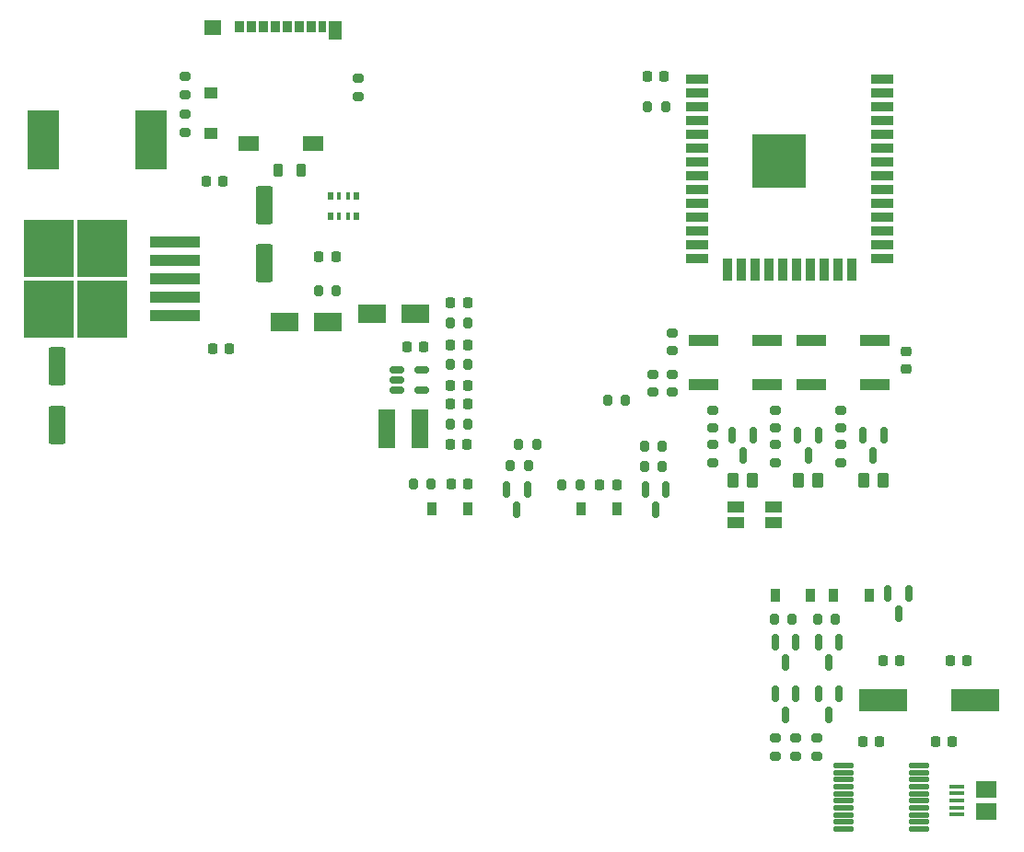
<source format=gbr>
%TF.GenerationSoftware,KiCad,Pcbnew,7.0.1*%
%TF.CreationDate,2023-03-22T21:04:11-04:00*%
%TF.ProjectId,esp32_pro_relay,65737033-325f-4707-926f-5f72656c6179,rev?*%
%TF.SameCoordinates,Original*%
%TF.FileFunction,Paste,Top*%
%TF.FilePolarity,Positive*%
%FSLAX46Y46*%
G04 Gerber Fmt 4.6, Leading zero omitted, Abs format (unit mm)*
G04 Created by KiCad (PCBNEW 7.0.1) date 2023-03-22 21:04:11*
%MOMM*%
%LPD*%
G01*
G04 APERTURE LIST*
G04 Aperture macros list*
%AMRoundRect*
0 Rectangle with rounded corners*
0 $1 Rounding radius*
0 $2 $3 $4 $5 $6 $7 $8 $9 X,Y pos of 4 corners*
0 Add a 4 corners polygon primitive as box body*
4,1,4,$2,$3,$4,$5,$6,$7,$8,$9,$2,$3,0*
0 Add four circle primitives for the rounded corners*
1,1,$1+$1,$2,$3*
1,1,$1+$1,$4,$5*
1,1,$1+$1,$6,$7*
1,1,$1+$1,$8,$9*
0 Add four rect primitives between the rounded corners*
20,1,$1+$1,$2,$3,$4,$5,0*
20,1,$1+$1,$4,$5,$6,$7,0*
20,1,$1+$1,$6,$7,$8,$9,0*
20,1,$1+$1,$8,$9,$2,$3,0*%
G04 Aperture macros list end*
%ADD10RoundRect,0.225000X-0.225000X-0.250000X0.225000X-0.250000X0.225000X0.250000X-0.225000X0.250000X0*%
%ADD11R,2.500000X1.800000*%
%ADD12RoundRect,0.200000X0.200000X0.275000X-0.200000X0.275000X-0.200000X-0.275000X0.200000X-0.275000X0*%
%ADD13R,2.000000X0.900000*%
%ADD14R,0.900000X2.000000*%
%ADD15R,5.000000X5.000000*%
%ADD16RoundRect,0.125000X-0.825000X-0.125000X0.825000X-0.125000X0.825000X0.125000X-0.825000X0.125000X0*%
%ADD17RoundRect,0.150000X-0.150000X0.587500X-0.150000X-0.587500X0.150000X-0.587500X0.150000X0.587500X0*%
%ADD18RoundRect,0.250000X-0.262500X-0.450000X0.262500X-0.450000X0.262500X0.450000X-0.262500X0.450000X0*%
%ADD19RoundRect,0.225000X0.225000X0.250000X-0.225000X0.250000X-0.225000X-0.250000X0.225000X-0.250000X0*%
%ADD20RoundRect,0.200000X0.275000X-0.200000X0.275000X0.200000X-0.275000X0.200000X-0.275000X-0.200000X0*%
%ADD21RoundRect,0.200000X-0.275000X0.200000X-0.275000X-0.200000X0.275000X-0.200000X0.275000X0.200000X0*%
%ADD22R,0.900000X1.200000*%
%ADD23R,0.500000X0.800000*%
%ADD24R,0.400000X0.800000*%
%ADD25R,2.900000X5.400000*%
%ADD26RoundRect,0.250000X0.262500X0.450000X-0.262500X0.450000X-0.262500X-0.450000X0.262500X-0.450000X0*%
%ADD27RoundRect,0.200000X-0.200000X-0.275000X0.200000X-0.275000X0.200000X0.275000X-0.200000X0.275000X0*%
%ADD28RoundRect,0.218750X0.218750X0.256250X-0.218750X0.256250X-0.218750X-0.256250X0.218750X-0.256250X0*%
%ADD29RoundRect,0.225000X-0.250000X0.225000X-0.250000X-0.225000X0.250000X-0.225000X0.250000X0.225000X0*%
%ADD30R,1.350000X0.400000*%
%ADD31R,1.900000X1.500000*%
%ADD32R,0.850000X1.100000*%
%ADD33R,0.750000X1.100000*%
%ADD34R,1.200000X1.000000*%
%ADD35R,1.170000X1.800000*%
%ADD36R,1.900000X1.350000*%
%ADD37R,1.550000X1.350000*%
%ADD38RoundRect,0.218750X0.218750X0.381250X-0.218750X0.381250X-0.218750X-0.381250X0.218750X-0.381250X0*%
%ADD39RoundRect,0.250000X0.550000X-1.500000X0.550000X1.500000X-0.550000X1.500000X-0.550000X-1.500000X0*%
%ADD40R,2.800000X1.000000*%
%ADD41R,4.500000X2.000000*%
%ADD42RoundRect,0.150000X-0.512500X-0.150000X0.512500X-0.150000X0.512500X0.150000X-0.512500X0.150000X0*%
%ADD43R,4.550000X5.250000*%
%ADD44R,4.600000X1.100000*%
%ADD45R,1.500000X1.000000*%
%ADD46R,1.500000X3.600000*%
%ADD47RoundRect,0.250000X-0.550000X1.500000X-0.550000X-1.500000X0.550000X-1.500000X0.550000X1.500000X0*%
G04 APERTURE END LIST*
D10*
%TO.C,C11*%
X239415000Y-181920000D03*
X240965000Y-181920000D03*
%TD*%
D11*
%TO.C,D3*%
X224160000Y-170640000D03*
X228160000Y-170640000D03*
%TD*%
D10*
%TO.C,C8*%
X227325000Y-164700000D03*
X228875000Y-164700000D03*
%TD*%
%TO.C,C17*%
X239425000Y-172800000D03*
X240975000Y-172800000D03*
%TD*%
D12*
%TO.C,Ra1*%
X241025000Y-180060000D03*
X239375000Y-180060000D03*
%TD*%
D10*
%TO.C,C14*%
X279175000Y-201870000D03*
X280725000Y-201870000D03*
%TD*%
D13*
%TO.C,U1*%
X262110000Y-148335000D03*
X262110000Y-149605000D03*
X262110000Y-150875000D03*
X262110000Y-152145000D03*
X262110000Y-153415000D03*
X262110000Y-154685000D03*
X262110000Y-155955000D03*
X262110000Y-157225000D03*
X262110000Y-158495000D03*
X262110000Y-159765000D03*
X262110000Y-161035000D03*
X262110000Y-162305000D03*
X262110000Y-163575000D03*
X262110000Y-164845000D03*
D14*
X264895000Y-165845000D03*
X266165000Y-165845000D03*
X267435000Y-165845000D03*
X268705000Y-165845000D03*
X269975000Y-165845000D03*
X271245000Y-165845000D03*
X272515000Y-165845000D03*
X273785000Y-165845000D03*
X275055000Y-165845000D03*
X276325000Y-165845000D03*
D13*
X279110000Y-164845000D03*
X279110000Y-163575000D03*
X279110000Y-162305000D03*
X279110000Y-161035000D03*
X279110000Y-159765000D03*
X279110000Y-158495000D03*
X279110000Y-157225000D03*
X279110000Y-155955000D03*
X279110000Y-154685000D03*
X279110000Y-153415000D03*
X279110000Y-152145000D03*
X279110000Y-150875000D03*
X279110000Y-149605000D03*
X279110000Y-148335000D03*
D15*
X269610000Y-155835000D03*
%TD*%
D16*
%TO.C,U4*%
X275520000Y-211475000D03*
X275520000Y-212125000D03*
X275520000Y-212775000D03*
X275520000Y-213425000D03*
X275520000Y-214075000D03*
X275520000Y-214725000D03*
X275520000Y-215375000D03*
X275520000Y-216025000D03*
X275520000Y-216675000D03*
X275520000Y-217325000D03*
X282520000Y-217325000D03*
X282520000Y-216675000D03*
X282520000Y-216025000D03*
X282520000Y-215375000D03*
X282520000Y-214725000D03*
X282520000Y-214075000D03*
X282520000Y-213425000D03*
X282520000Y-212775000D03*
X282520000Y-212125000D03*
X282520000Y-211475000D03*
%TD*%
D12*
%TO.C,R3*%
X237635000Y-185600000D03*
X235985000Y-185600000D03*
%TD*%
D17*
%TO.C,D6*%
X275150000Y-200162500D03*
X273250000Y-200162500D03*
X274200000Y-202037500D03*
%TD*%
D18*
%TO.C,R28*%
X265387500Y-185200000D03*
X267212500Y-185200000D03*
%TD*%
D19*
%TO.C,C6*%
X219095000Y-173130000D03*
X217545000Y-173130000D03*
%TD*%
%TO.C,C9*%
X236975000Y-173000000D03*
X235425000Y-173000000D03*
%TD*%
D20*
%TO.C,R24*%
X269300000Y-180425000D03*
X269300000Y-178775000D03*
%TD*%
D11*
%TO.C,D8*%
X236200000Y-169900000D03*
X232200000Y-169900000D03*
%TD*%
D12*
%TO.C,R20*%
X228925000Y-167800000D03*
X227275000Y-167800000D03*
%TD*%
D21*
%TO.C,R9*%
X259800000Y-175475000D03*
X259800000Y-177125000D03*
%TD*%
D10*
%TO.C,C1*%
X216965000Y-157730000D03*
X218515000Y-157730000D03*
%TD*%
D22*
%TO.C,D2*%
X251450000Y-187850000D03*
X254750000Y-187850000D03*
%TD*%
D20*
%TO.C,R25*%
X269300000Y-183625000D03*
X269300000Y-181975000D03*
%TD*%
D12*
%TO.C,R15*%
X274825000Y-198000000D03*
X273175000Y-198000000D03*
%TD*%
D23*
%TO.C,RN1*%
X228400000Y-160900000D03*
D24*
X229200000Y-160900000D03*
X230000000Y-160900000D03*
D23*
X230800000Y-160900000D03*
X230800000Y-159100000D03*
D24*
X230000000Y-159100000D03*
X229200000Y-159100000D03*
D23*
X228400000Y-159100000D03*
%TD*%
D20*
%TO.C,R12*%
X215000000Y-153225000D03*
X215000000Y-151575000D03*
%TD*%
D17*
%TO.C,Q3*%
X275150000Y-204912500D03*
X273250000Y-204912500D03*
X274200000Y-206787500D03*
%TD*%
D20*
%TO.C,R11*%
X215000000Y-149725000D03*
X215000000Y-148075000D03*
%TD*%
D19*
%TO.C,C3*%
X259075000Y-148050000D03*
X257525000Y-148050000D03*
%TD*%
D12*
%TO.C,R1*%
X247325000Y-181920000D03*
X245675000Y-181920000D03*
%TD*%
D10*
%TO.C,C12*%
X239425000Y-178250000D03*
X240975000Y-178250000D03*
%TD*%
D20*
%TO.C,R16*%
X269250000Y-210625000D03*
X269250000Y-208975000D03*
%TD*%
D17*
%TO.C,Q7*%
X273250000Y-181062500D03*
X271350000Y-181062500D03*
X272300000Y-182937500D03*
%TD*%
D25*
%TO.C,L2*%
X201950000Y-153890000D03*
X211850000Y-153890000D03*
%TD*%
D17*
%TO.C,Q5*%
X281550000Y-195662500D03*
X279650000Y-195662500D03*
X280600000Y-197537500D03*
%TD*%
D26*
%TO.C,R30*%
X279212500Y-185200000D03*
X277387500Y-185200000D03*
%TD*%
D27*
%TO.C,R4*%
X257245000Y-182070000D03*
X258895000Y-182070000D03*
%TD*%
D28*
%TO.C,RL_LD2*%
X254717500Y-185630000D03*
X253142500Y-185630000D03*
%TD*%
D18*
%TO.C,R29*%
X271387500Y-185200000D03*
X273212500Y-185200000D03*
%TD*%
D27*
%TO.C,R13*%
X257525000Y-150900000D03*
X259175000Y-150900000D03*
%TD*%
D28*
%TO.C,RL_LD1*%
X241027500Y-185580000D03*
X239452500Y-185580000D03*
%TD*%
D27*
%TO.C,R21*%
X239375000Y-170800000D03*
X241025000Y-170800000D03*
%TD*%
D17*
%TO.C,Q6*%
X267250000Y-181062500D03*
X265350000Y-181062500D03*
X266300000Y-182937500D03*
%TD*%
D29*
%TO.C,C2*%
X281300000Y-173425000D03*
X281300000Y-174975000D03*
%TD*%
D27*
%TO.C,R19*%
X253875000Y-177900000D03*
X255525000Y-177900000D03*
%TD*%
D20*
%TO.C,R23*%
X263500000Y-183625000D03*
X263500000Y-181975000D03*
%TD*%
D19*
%TO.C,C15*%
X286905000Y-201870000D03*
X285355000Y-201870000D03*
%TD*%
D22*
%TO.C,D1*%
X237750000Y-187820000D03*
X241050000Y-187820000D03*
%TD*%
D20*
%TO.C,R17*%
X271150000Y-210625000D03*
X271150000Y-208975000D03*
%TD*%
D30*
%TO.C,USB1*%
X286007500Y-216010000D03*
X286007500Y-215360000D03*
X286007500Y-214710000D03*
X286007500Y-214060000D03*
X286007500Y-213410000D03*
D31*
X288707500Y-215710000D03*
X288707500Y-213710000D03*
%TD*%
D17*
%TO.C,Q1*%
X246480000Y-186105000D03*
X244580000Y-186105000D03*
X245530000Y-187980000D03*
%TD*%
D22*
%TO.C,D5*%
X277950000Y-195800000D03*
X274650000Y-195800000D03*
%TD*%
D21*
%TO.C,R8*%
X258000000Y-175475000D03*
X258000000Y-177125000D03*
%TD*%
D20*
%TO.C,R10*%
X230920000Y-149915000D03*
X230920000Y-148265000D03*
%TD*%
D17*
%TO.C,Q8*%
X279250000Y-181062500D03*
X277350000Y-181062500D03*
X278300000Y-182937500D03*
%TD*%
D10*
%TO.C,C10*%
X239425000Y-176500000D03*
X240975000Y-176500000D03*
%TD*%
D22*
%TO.C,D4*%
X272550000Y-195800000D03*
X269250000Y-195800000D03*
%TD*%
D20*
%TO.C,R26*%
X275300000Y-180425000D03*
X275300000Y-178775000D03*
%TD*%
D27*
%TO.C,R2*%
X244925000Y-183890000D03*
X246575000Y-183890000D03*
%TD*%
D17*
%TO.C,Q4*%
X271150000Y-204912500D03*
X269250000Y-204912500D03*
X270200000Y-206787500D03*
%TD*%
D10*
%TO.C,C13*%
X284010000Y-209250000D03*
X285560000Y-209250000D03*
%TD*%
D32*
%TO.C,SD_CARD1*%
X219985000Y-143460000D03*
X221085000Y-143460000D03*
X222185000Y-143460000D03*
X223285000Y-143460000D03*
X224385000Y-143460000D03*
X225485000Y-143460000D03*
X226585000Y-143460000D03*
D33*
X227635000Y-143460000D03*
D34*
X217350000Y-149610000D03*
X217350000Y-153310000D03*
D35*
X228845000Y-143810000D03*
D36*
X226820000Y-154285000D03*
X220850000Y-154285000D03*
D37*
X217525000Y-143585000D03*
%TD*%
D17*
%TO.C,Q2*%
X259240000Y-186112500D03*
X257340000Y-186112500D03*
X258290000Y-187987500D03*
%TD*%
D21*
%TO.C,R18*%
X273100000Y-208975000D03*
X273100000Y-210625000D03*
%TD*%
D38*
%TO.C,L1*%
X225662500Y-156700000D03*
X223537500Y-156700000D03*
%TD*%
D39*
%TO.C,C7*%
X222320000Y-165290000D03*
X222320000Y-159890000D03*
%TD*%
D20*
%TO.C,R27*%
X275300000Y-183625000D03*
X275300000Y-181975000D03*
%TD*%
D28*
%TO.C,PW_LD1*%
X240987500Y-168900000D03*
X239412500Y-168900000D03*
%TD*%
D40*
%TO.C,RST2*%
X278400000Y-176400000D03*
X272600000Y-176400000D03*
X272600000Y-172400000D03*
X278400000Y-172400000D03*
%TD*%
D20*
%TO.C,R22*%
X263500000Y-180425000D03*
X263500000Y-178775000D03*
%TD*%
D41*
%TO.C,Y1*%
X287670000Y-205510000D03*
X279170000Y-205510000D03*
%TD*%
D27*
%TO.C,Rb1*%
X239375000Y-174600000D03*
X241025000Y-174600000D03*
%TD*%
D17*
%TO.C,D7*%
X271150000Y-200162500D03*
X269250000Y-200162500D03*
X270200000Y-202037500D03*
%TD*%
D42*
%TO.C,U2*%
X234462500Y-175050000D03*
X234462500Y-176000000D03*
X234462500Y-176950000D03*
X236737500Y-176950000D03*
X236737500Y-175050000D03*
%TD*%
D20*
%TO.C,R7*%
X259800000Y-173325000D03*
X259800000Y-171675000D03*
%TD*%
D43*
%TO.C,U3*%
X207370000Y-163915000D03*
X202520000Y-169465000D03*
X202520000Y-163915000D03*
X207370000Y-169465000D03*
D44*
X214095000Y-170090000D03*
X214095000Y-168390000D03*
X214095000Y-166690000D03*
X214095000Y-164990000D03*
X214095000Y-163290000D03*
%TD*%
D27*
%TO.C,R5*%
X257265000Y-183940000D03*
X258915000Y-183940000D03*
%TD*%
D12*
%TO.C,R14*%
X270825000Y-198000000D03*
X269175000Y-198000000D03*
%TD*%
%TO.C,R6*%
X251305000Y-185630000D03*
X249655000Y-185630000D03*
%TD*%
D45*
%TO.C,D9*%
X265650000Y-187700000D03*
X269150000Y-187700000D03*
X265650000Y-189100000D03*
X269150000Y-189100000D03*
%TD*%
D40*
%TO.C,BUT1*%
X262700000Y-172400000D03*
X268500000Y-172400000D03*
X268500000Y-176400000D03*
X262700000Y-176400000D03*
%TD*%
D10*
%TO.C,C16*%
X277315000Y-209280000D03*
X278865000Y-209280000D03*
%TD*%
D46*
%TO.C,L3*%
X233575000Y-180500000D03*
X236625000Y-180500000D03*
%TD*%
D47*
%TO.C,C5*%
X203240000Y-174740000D03*
X203240000Y-180140000D03*
%TD*%
M02*

</source>
